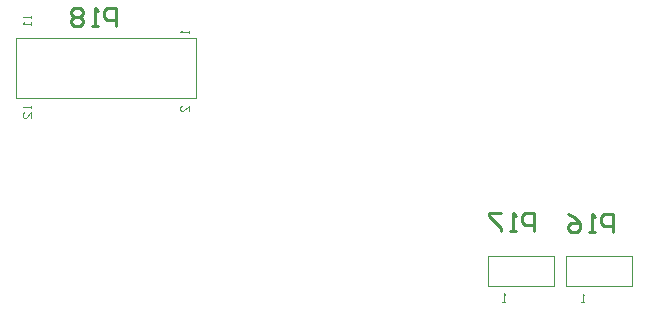
<source format=gbo>
G04 Layer_Color=8421376*
%FSLAX44Y44*%
%MOMM*%
G71*
G01*
G75*
%ADD14C,0.2540*%
%ADD20C,0.1000*%
D14*
X592850Y169577D02*
Y184812D01*
X585233D01*
X582693Y182273D01*
Y177195D01*
X585233Y174655D01*
X592850D01*
X577615Y169577D02*
X572537D01*
X575076D01*
Y184812D01*
X577615Y182273D01*
X554762Y184812D02*
X559841Y182273D01*
X564919Y177195D01*
Y172116D01*
X562380Y169577D01*
X557302D01*
X554762Y172116D01*
Y174655D01*
X557302Y177195D01*
X564919D01*
X525585Y170552D02*
Y185787D01*
X517967D01*
X515428Y183248D01*
Y178169D01*
X517967Y175630D01*
X525585D01*
X510350Y170552D02*
X505271D01*
X507810D01*
Y185787D01*
X510350Y183248D01*
X497654Y185787D02*
X487497D01*
Y183248D01*
X497654Y173091D01*
Y170552D01*
X171522Y343987D02*
Y359222D01*
X163904D01*
X161365Y356683D01*
Y351604D01*
X163904Y349065D01*
X171522D01*
X156287Y343987D02*
X151209D01*
X153748D01*
Y359222D01*
X156287Y356683D01*
X143591D02*
X141052Y359222D01*
X135974D01*
X133434Y356683D01*
Y354143D01*
X135974Y351604D01*
X133434Y349065D01*
Y346526D01*
X135974Y343987D01*
X141052D01*
X143591Y346526D01*
Y349065D01*
X141052Y351604D01*
X143591Y354143D01*
Y356683D01*
X141052Y351604D02*
X135974D01*
D20*
X87039Y334077D02*
X239439D01*
X87039Y283277D02*
Y334077D01*
Y283277D02*
X239439D01*
Y334077D01*
X486887Y123973D02*
X542729D01*
Y149373D01*
X486887D02*
X542729D01*
X486887Y123973D02*
Y149373D01*
X552387Y123973D02*
X608229D01*
Y149373D01*
X552387D02*
X608229D01*
X552387Y123973D02*
Y149373D01*
X99739Y276928D02*
Y274595D01*
Y275761D01*
X92741D01*
X93907Y276928D01*
X99739Y266431D02*
Y271096D01*
X95074Y266431D01*
X93907D01*
X92741Y267597D01*
Y269930D01*
X93907Y271096D01*
X99739Y353128D02*
Y350795D01*
Y351961D01*
X92741D01*
X93907Y353128D01*
X99739Y347296D02*
Y344963D01*
Y346130D01*
X92741D01*
X93907Y347296D01*
X233089Y272262D02*
Y276928D01*
X228424Y272262D01*
X227257D01*
X226091Y273429D01*
Y275761D01*
X227257Y276928D01*
X233089Y340428D02*
Y338095D01*
Y339261D01*
X226091D01*
X227257Y340428D01*
X501115Y110941D02*
X498783D01*
X499949D01*
Y117938D01*
X501115Y116772D01*
X567944Y110567D02*
X565612D01*
X566778D01*
Y117565D01*
X567944Y116399D01*
M02*

</source>
